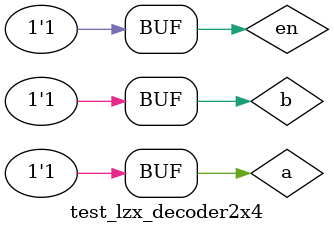
<source format=v>
`timescale 1ns / 1ps

module test_lzx_decoder2x4();

    reg  a, b, en;
    wire [3:0] y;

    lzx_decoder2x4 u2 (
        .a(a),
        .b(b),
        .en(en),
        .y(y)
    );

    initial begin

        en = 0; a = 0; b = 0; #10;
        en = 0; a = 1; b = 1; #10;
        en = 1; a = 0; b = 0; #10; //  y = 1110 
        en = 1; a = 0; b = 1; #10; //  y = 1101 
        en = 1; a = 1; b = 0; #10; //  y = 1011 
        en = 1; a = 1; b = 1; #10; //  y = 0111 
 
    end

endmodule
</source>
